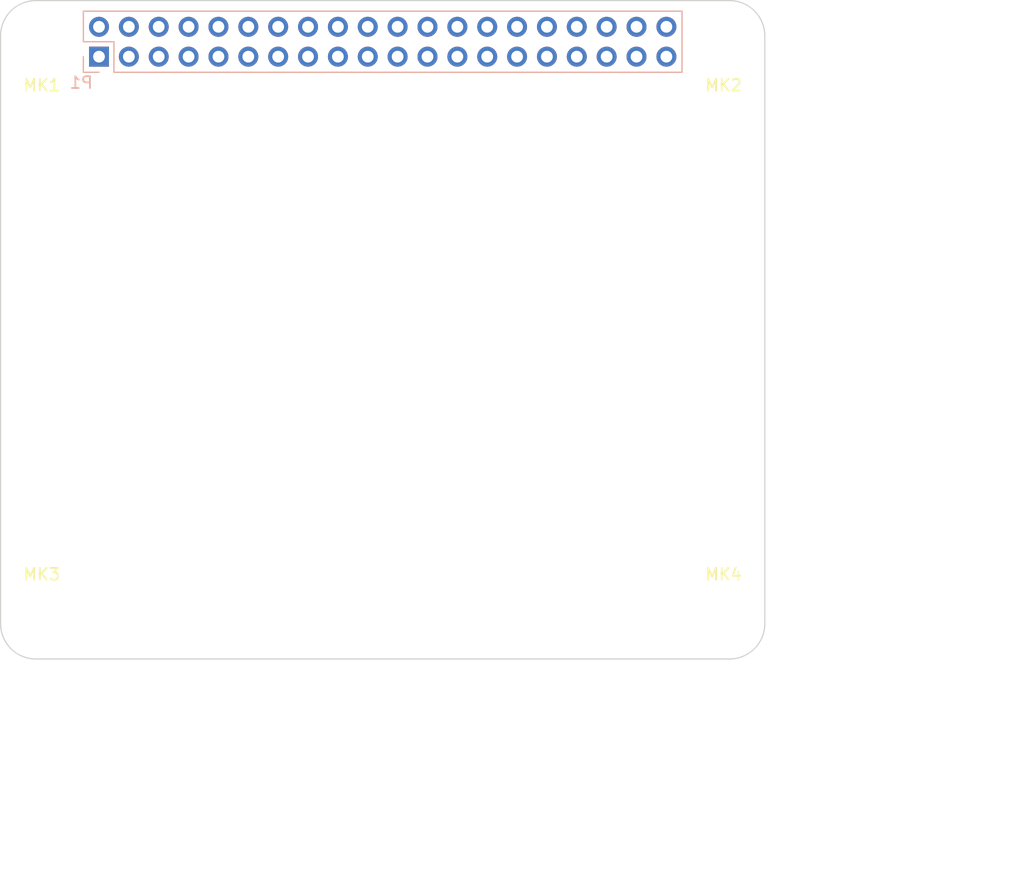
<source format=kicad_pcb>
(kicad_pcb (version 20171130) (host pcbnew "(5.1.5-0)")

  (general
    (thickness 1.6)
    (drawings 24)
    (tracks 0)
    (zones 0)
    (modules 5)
    (nets 32)
  )

  (page A3)
  (title_block
    (date "15 nov 2012")
  )

  (layers
    (0 F.Cu signal)
    (31 B.Cu signal)
    (32 B.Adhes user)
    (33 F.Adhes user)
    (34 B.Paste user)
    (35 F.Paste user)
    (36 B.SilkS user)
    (37 F.SilkS user)
    (38 B.Mask user)
    (39 F.Mask user)
    (40 Dwgs.User user)
    (41 Cmts.User user)
    (42 Eco1.User user)
    (43 Eco2.User user)
    (44 Edge.Cuts user)
  )

  (setup
    (last_trace_width 0.2)
    (trace_clearance 0.2)
    (zone_clearance 0.508)
    (zone_45_only no)
    (trace_min 0.1524)
    (via_size 0.9)
    (via_drill 0.6)
    (via_min_size 0.8)
    (via_min_drill 0.5)
    (uvia_size 0.5)
    (uvia_drill 0.1)
    (uvias_allowed no)
    (uvia_min_size 0.5)
    (uvia_min_drill 0.1)
    (edge_width 0.1)
    (segment_width 0.1)
    (pcb_text_width 0.3)
    (pcb_text_size 1 1)
    (mod_edge_width 0.15)
    (mod_text_size 1 1)
    (mod_text_width 0.15)
    (pad_size 2.5 2.5)
    (pad_drill 2.5)
    (pad_to_mask_clearance 0)
    (aux_axis_origin 200 150)
    (grid_origin 200 150)
    (visible_elements 7FFFFFFF)
    (pcbplotparams
      (layerselection 0x000f0_ffffffff)
      (usegerberextensions true)
      (usegerberattributes false)
      (usegerberadvancedattributes false)
      (creategerberjobfile false)
      (excludeedgelayer true)
      (linewidth 0.150000)
      (plotframeref false)
      (viasonmask false)
      (mode 1)
      (useauxorigin false)
      (hpglpennumber 1)
      (hpglpenspeed 20)
      (hpglpendiameter 15.000000)
      (psnegative false)
      (psa4output false)
      (plotreference true)
      (plotvalue true)
      (plotinvisibletext false)
      (padsonsilk false)
      (subtractmaskfromsilk false)
      (outputformat 1)
      (mirror false)
      (drillshape 0)
      (scaleselection 1)
      (outputdirectory "../manufacture/gerbers/"))
  )

  (net 0 "")
  (net 1 +3V3)
  (net 2 +5V)
  (net 3 GND)
  (net 4 /ID_SD)
  (net 5 /ID_SC)
  (net 6 /GPIO5)
  (net 7 /GPIO6)
  (net 8 /GPIO26)
  (net 9 "/GPIO2(SDA1)")
  (net 10 "/GPIO3(SCL1)")
  (net 11 "/GPIO4(GCLK)")
  (net 12 "/GPIO14(TXD0)")
  (net 13 "/GPIO15(RXD0)")
  (net 14 "/GPIO17(GEN0)")
  (net 15 "/GPIO27(GEN2)")
  (net 16 "/GPIO22(GEN3)")
  (net 17 "/GPIO23(GEN4)")
  (net 18 "/GPIO24(GEN5)")
  (net 19 "/GPIO25(GEN6)")
  (net 20 "/GPIO18(GEN1)(PWM0)")
  (net 21 "/GPIO10(SPI0_MOSI)")
  (net 22 "/GPIO9(SPI0_MISO)")
  (net 23 "/GPIO11(SPI0_SCK)")
  (net 24 "/GPIO8(SPI0_CE_N)")
  (net 25 "/GPIO7(SPI1_CE_N)")
  (net 26 "/GPIO12(PWM0)")
  (net 27 "/GPIO13(PWM1)")
  (net 28 "/GPIO19(SPI1_MISO)")
  (net 29 /GPIO16)
  (net 30 "/GPIO20(SPI1_MOSI)")
  (net 31 "/GPIO21(SPI1_SCK)")

  (net_class Default "This is the default net class."
    (clearance 0.2)
    (trace_width 0.2)
    (via_dia 0.9)
    (via_drill 0.6)
    (uvia_dia 0.5)
    (uvia_drill 0.1)
    (add_net +3V3)
    (add_net +5V)
    (add_net "/GPIO10(SPI0_MOSI)")
    (add_net "/GPIO11(SPI0_SCK)")
    (add_net "/GPIO12(PWM0)")
    (add_net "/GPIO13(PWM1)")
    (add_net "/GPIO14(TXD0)")
    (add_net "/GPIO15(RXD0)")
    (add_net /GPIO16)
    (add_net "/GPIO17(GEN0)")
    (add_net "/GPIO18(GEN1)(PWM0)")
    (add_net "/GPIO19(SPI1_MISO)")
    (add_net "/GPIO2(SDA1)")
    (add_net "/GPIO20(SPI1_MOSI)")
    (add_net "/GPIO21(SPI1_SCK)")
    (add_net "/GPIO22(GEN3)")
    (add_net "/GPIO23(GEN4)")
    (add_net "/GPIO24(GEN5)")
    (add_net "/GPIO25(GEN6)")
    (add_net /GPIO26)
    (add_net "/GPIO27(GEN2)")
    (add_net "/GPIO3(SCL1)")
    (add_net "/GPIO4(GCLK)")
    (add_net /GPIO5)
    (add_net /GPIO6)
    (add_net "/GPIO7(SPI1_CE_N)")
    (add_net "/GPIO8(SPI0_CE_N)")
    (add_net "/GPIO9(SPI0_MISO)")
    (add_net /ID_SC)
    (add_net /ID_SD)
    (add_net GND)
  )

  (net_class Power ""
    (clearance 0.2)
    (trace_width 0.5)
    (via_dia 1)
    (via_drill 0.7)
    (uvia_dia 0.5)
    (uvia_drill 0.1)
  )

  (module Connector_PinSocket_2.54mm:PinSocket_2x20_P2.54mm_Vertical (layer B.Cu) (tedit 5A19A433) (tstamp 5A793E9F)
    (at 208.37 98.77 270)
    (descr "Through hole straight socket strip, 2x20, 2.54mm pitch, double cols (from Kicad 4.0.7), script generated")
    (tags "Through hole socket strip THT 2x20 2.54mm double row")
    (path /59AD464A)
    (fp_text reference P1 (at 2.208 1.512) (layer B.SilkS)
      (effects (font (size 1 1) (thickness 0.15)) (justify mirror))
    )
    (fp_text value Conn_02x20_Odd_Even (at -1.27 -51.03 270) (layer B.Fab)
      (effects (font (size 1 1) (thickness 0.15)) (justify mirror))
    )
    (fp_line (start -3.81 1.27) (end 0.27 1.27) (layer B.Fab) (width 0.1))
    (fp_line (start 0.27 1.27) (end 1.27 0.27) (layer B.Fab) (width 0.1))
    (fp_line (start 1.27 0.27) (end 1.27 -49.53) (layer B.Fab) (width 0.1))
    (fp_line (start 1.27 -49.53) (end -3.81 -49.53) (layer B.Fab) (width 0.1))
    (fp_line (start -3.81 -49.53) (end -3.81 1.27) (layer B.Fab) (width 0.1))
    (fp_line (start -3.87 1.33) (end -1.27 1.33) (layer B.SilkS) (width 0.12))
    (fp_line (start -3.87 1.33) (end -3.87 -49.59) (layer B.SilkS) (width 0.12))
    (fp_line (start -3.87 -49.59) (end 1.33 -49.59) (layer B.SilkS) (width 0.12))
    (fp_line (start 1.33 -1.27) (end 1.33 -49.59) (layer B.SilkS) (width 0.12))
    (fp_line (start -1.27 -1.27) (end 1.33 -1.27) (layer B.SilkS) (width 0.12))
    (fp_line (start -1.27 1.33) (end -1.27 -1.27) (layer B.SilkS) (width 0.12))
    (fp_line (start 1.33 1.33) (end 1.33 0) (layer B.SilkS) (width 0.12))
    (fp_line (start 0 1.33) (end 1.33 1.33) (layer B.SilkS) (width 0.12))
    (fp_line (start -4.34 1.8) (end 1.76 1.8) (layer B.CrtYd) (width 0.05))
    (fp_line (start 1.76 1.8) (end 1.76 -50) (layer B.CrtYd) (width 0.05))
    (fp_line (start 1.76 -50) (end -4.34 -50) (layer B.CrtYd) (width 0.05))
    (fp_line (start -4.34 -50) (end -4.34 1.8) (layer B.CrtYd) (width 0.05))
    (fp_text user %R (at -1.27 -24.13 180) (layer B.Fab)
      (effects (font (size 1 1) (thickness 0.15)) (justify mirror))
    )
    (pad 1 thru_hole rect (at 0 0 270) (size 1.7 1.7) (drill 1) (layers *.Cu *.Mask)
      (net 1 +3V3))
    (pad 2 thru_hole oval (at -2.54 0 270) (size 1.7 1.7) (drill 1) (layers *.Cu *.Mask)
      (net 2 +5V))
    (pad 3 thru_hole oval (at 0 -2.54 270) (size 1.7 1.7) (drill 1) (layers *.Cu *.Mask)
      (net 9 "/GPIO2(SDA1)"))
    (pad 4 thru_hole oval (at -2.54 -2.54 270) (size 1.7 1.7) (drill 1) (layers *.Cu *.Mask)
      (net 2 +5V))
    (pad 5 thru_hole oval (at 0 -5.08 270) (size 1.7 1.7) (drill 1) (layers *.Cu *.Mask)
      (net 10 "/GPIO3(SCL1)"))
    (pad 6 thru_hole oval (at -2.54 -5.08 270) (size 1.7 1.7) (drill 1) (layers *.Cu *.Mask)
      (net 3 GND))
    (pad 7 thru_hole oval (at 0 -7.62 270) (size 1.7 1.7) (drill 1) (layers *.Cu *.Mask)
      (net 11 "/GPIO4(GCLK)"))
    (pad 8 thru_hole oval (at -2.54 -7.62 270) (size 1.7 1.7) (drill 1) (layers *.Cu *.Mask)
      (net 12 "/GPIO14(TXD0)"))
    (pad 9 thru_hole oval (at 0 -10.16 270) (size 1.7 1.7) (drill 1) (layers *.Cu *.Mask)
      (net 3 GND))
    (pad 10 thru_hole oval (at -2.54 -10.16 270) (size 1.7 1.7) (drill 1) (layers *.Cu *.Mask)
      (net 13 "/GPIO15(RXD0)"))
    (pad 11 thru_hole oval (at 0 -12.7 270) (size 1.7 1.7) (drill 1) (layers *.Cu *.Mask)
      (net 14 "/GPIO17(GEN0)"))
    (pad 12 thru_hole oval (at -2.54 -12.7 270) (size 1.7 1.7) (drill 1) (layers *.Cu *.Mask)
      (net 20 "/GPIO18(GEN1)(PWM0)"))
    (pad 13 thru_hole oval (at 0 -15.24 270) (size 1.7 1.7) (drill 1) (layers *.Cu *.Mask)
      (net 15 "/GPIO27(GEN2)"))
    (pad 14 thru_hole oval (at -2.54 -15.24 270) (size 1.7 1.7) (drill 1) (layers *.Cu *.Mask)
      (net 3 GND))
    (pad 15 thru_hole oval (at 0 -17.78 270) (size 1.7 1.7) (drill 1) (layers *.Cu *.Mask)
      (net 16 "/GPIO22(GEN3)"))
    (pad 16 thru_hole oval (at -2.54 -17.78 270) (size 1.7 1.7) (drill 1) (layers *.Cu *.Mask)
      (net 17 "/GPIO23(GEN4)"))
    (pad 17 thru_hole oval (at 0 -20.32 270) (size 1.7 1.7) (drill 1) (layers *.Cu *.Mask)
      (net 1 +3V3))
    (pad 18 thru_hole oval (at -2.54 -20.32 270) (size 1.7 1.7) (drill 1) (layers *.Cu *.Mask)
      (net 18 "/GPIO24(GEN5)"))
    (pad 19 thru_hole oval (at 0 -22.86 270) (size 1.7 1.7) (drill 1) (layers *.Cu *.Mask)
      (net 21 "/GPIO10(SPI0_MOSI)"))
    (pad 20 thru_hole oval (at -2.54 -22.86 270) (size 1.7 1.7) (drill 1) (layers *.Cu *.Mask)
      (net 3 GND))
    (pad 21 thru_hole oval (at 0 -25.4 270) (size 1.7 1.7) (drill 1) (layers *.Cu *.Mask)
      (net 22 "/GPIO9(SPI0_MISO)"))
    (pad 22 thru_hole oval (at -2.54 -25.4 270) (size 1.7 1.7) (drill 1) (layers *.Cu *.Mask)
      (net 19 "/GPIO25(GEN6)"))
    (pad 23 thru_hole oval (at 0 -27.94 270) (size 1.7 1.7) (drill 1) (layers *.Cu *.Mask)
      (net 23 "/GPIO11(SPI0_SCK)"))
    (pad 24 thru_hole oval (at -2.54 -27.94 270) (size 1.7 1.7) (drill 1) (layers *.Cu *.Mask)
      (net 24 "/GPIO8(SPI0_CE_N)"))
    (pad 25 thru_hole oval (at 0 -30.48 270) (size 1.7 1.7) (drill 1) (layers *.Cu *.Mask)
      (net 3 GND))
    (pad 26 thru_hole oval (at -2.54 -30.48 270) (size 1.7 1.7) (drill 1) (layers *.Cu *.Mask)
      (net 25 "/GPIO7(SPI1_CE_N)"))
    (pad 27 thru_hole oval (at 0 -33.02 270) (size 1.7 1.7) (drill 1) (layers *.Cu *.Mask)
      (net 4 /ID_SD))
    (pad 28 thru_hole oval (at -2.54 -33.02 270) (size 1.7 1.7) (drill 1) (layers *.Cu *.Mask)
      (net 5 /ID_SC))
    (pad 29 thru_hole oval (at 0 -35.56 270) (size 1.7 1.7) (drill 1) (layers *.Cu *.Mask)
      (net 6 /GPIO5))
    (pad 30 thru_hole oval (at -2.54 -35.56 270) (size 1.7 1.7) (drill 1) (layers *.Cu *.Mask)
      (net 3 GND))
    (pad 31 thru_hole oval (at 0 -38.1 270) (size 1.7 1.7) (drill 1) (layers *.Cu *.Mask)
      (net 7 /GPIO6))
    (pad 32 thru_hole oval (at -2.54 -38.1 270) (size 1.7 1.7) (drill 1) (layers *.Cu *.Mask)
      (net 26 "/GPIO12(PWM0)"))
    (pad 33 thru_hole oval (at 0 -40.64 270) (size 1.7 1.7) (drill 1) (layers *.Cu *.Mask)
      (net 27 "/GPIO13(PWM1)"))
    (pad 34 thru_hole oval (at -2.54 -40.64 270) (size 1.7 1.7) (drill 1) (layers *.Cu *.Mask)
      (net 3 GND))
    (pad 35 thru_hole oval (at 0 -43.18 270) (size 1.7 1.7) (drill 1) (layers *.Cu *.Mask)
      (net 28 "/GPIO19(SPI1_MISO)"))
    (pad 36 thru_hole oval (at -2.54 -43.18 270) (size 1.7 1.7) (drill 1) (layers *.Cu *.Mask)
      (net 29 /GPIO16))
    (pad 37 thru_hole oval (at 0 -45.72 270) (size 1.7 1.7) (drill 1) (layers *.Cu *.Mask)
      (net 8 /GPIO26))
    (pad 38 thru_hole oval (at -2.54 -45.72 270) (size 1.7 1.7) (drill 1) (layers *.Cu *.Mask)
      (net 30 "/GPIO20(SPI1_MOSI)"))
    (pad 39 thru_hole oval (at 0 -48.26 270) (size 1.7 1.7) (drill 1) (layers *.Cu *.Mask)
      (net 3 GND))
    (pad 40 thru_hole oval (at -2.54 -48.26 270) (size 1.7 1.7) (drill 1) (layers *.Cu *.Mask)
      (net 31 "/GPIO21(SPI1_SCK)"))
    (model ${KISYS3DMOD}/Connector_PinSocket_2.54mm.3dshapes/PinSocket_2x20_P2.54mm_Vertical.wrl
      (at (xyz 0 0 0))
      (scale (xyz 1 1 1))
      (rotate (xyz 0 0 0))
    )
  )

  (module MountingHole:MountingHole_2.7mm_M2.5 (layer F.Cu) (tedit 56D1B4CB) (tstamp 5A793E98)
    (at 261.5 146.5)
    (descr "Mounting Hole 2.7mm, no annular, M2.5")
    (tags "mounting hole 2.7mm no annular m2.5")
    (path /5834FC4F)
    (attr virtual)
    (fp_text reference MK4 (at 0 -3.7) (layer F.SilkS)
      (effects (font (size 1 1) (thickness 0.15)))
    )
    (fp_text value M2.5 (at 0 3.7) (layer F.Fab)
      (effects (font (size 1 1) (thickness 0.15)))
    )
    (fp_circle (center 0 0) (end 2.95 0) (layer F.CrtYd) (width 0.05))
    (fp_circle (center 0 0) (end 2.7 0) (layer Cmts.User) (width 0.15))
    (fp_text user %R (at 0.3 0) (layer F.Fab)
      (effects (font (size 1 1) (thickness 0.15)))
    )
    (pad 1 np_thru_hole circle (at 0 0) (size 2.7 2.7) (drill 2.7) (layers *.Cu *.Mask))
  )

  (module MountingHole:MountingHole_2.7mm_M2.5 (layer F.Cu) (tedit 56D1B4CB) (tstamp 5A793E91)
    (at 203.5 146.5)
    (descr "Mounting Hole 2.7mm, no annular, M2.5")
    (tags "mounting hole 2.7mm no annular m2.5")
    (path /5834FBEF)
    (attr virtual)
    (fp_text reference MK3 (at 0 -3.7) (layer F.SilkS)
      (effects (font (size 1 1) (thickness 0.15)))
    )
    (fp_text value M2.5 (at 0 3.7) (layer F.Fab)
      (effects (font (size 1 1) (thickness 0.15)))
    )
    (fp_text user %R (at 0.3 0) (layer F.Fab)
      (effects (font (size 1 1) (thickness 0.15)))
    )
    (fp_circle (center 0 0) (end 2.7 0) (layer Cmts.User) (width 0.15))
    (fp_circle (center 0 0) (end 2.95 0) (layer F.CrtYd) (width 0.05))
    (pad 1 np_thru_hole circle (at 0 0) (size 2.7 2.7) (drill 2.7) (layers *.Cu *.Mask))
  )

  (module MountingHole:MountingHole_2.7mm_M2.5 (layer F.Cu) (tedit 56D1B4CB) (tstamp 5A793E8A)
    (at 261.5 97.5 180)
    (descr "Mounting Hole 2.7mm, no annular, M2.5")
    (tags "mounting hole 2.7mm no annular m2.5")
    (path /5834FC19)
    (attr virtual)
    (fp_text reference MK2 (at 0 -3.7 180) (layer F.SilkS)
      (effects (font (size 1 1) (thickness 0.15)))
    )
    (fp_text value M2.5 (at 0 3.7 180) (layer F.Fab)
      (effects (font (size 1 1) (thickness 0.15)))
    )
    (fp_circle (center 0 0) (end 2.95 0) (layer F.CrtYd) (width 0.05))
    (fp_circle (center 0 0) (end 2.7 0) (layer Cmts.User) (width 0.15))
    (fp_text user %R (at 0.3 0 180) (layer F.Fab)
      (effects (font (size 1 1) (thickness 0.15)))
    )
    (pad 1 np_thru_hole circle (at 0 0 180) (size 2.7 2.7) (drill 2.7) (layers *.Cu *.Mask))
  )

  (module MountingHole:MountingHole_2.7mm_M2.5 (layer F.Cu) (tedit 56D1B4CB) (tstamp 5A793E83)
    (at 203.5 97.5 180)
    (descr "Mounting Hole 2.7mm, no annular, M2.5")
    (tags "mounting hole 2.7mm no annular m2.5")
    (path /5834FB2E)
    (attr virtual)
    (fp_text reference MK1 (at 0 -3.7 180) (layer F.SilkS)
      (effects (font (size 1 1) (thickness 0.15)))
    )
    (fp_text value M2.5 (at 0 3.7 180) (layer F.Fab)
      (effects (font (size 1 1) (thickness 0.15)))
    )
    (fp_text user %R (at 0.3 0 180) (layer F.Fab)
      (effects (font (size 1 1) (thickness 0.15)))
    )
    (fp_circle (center 0 0) (end 2.7 0) (layer Cmts.User) (width 0.15))
    (fp_circle (center 0 0) (end 2.95 0) (layer F.CrtYd) (width 0.05))
    (pad 1 np_thru_hole circle (at 0 0 180) (size 2.7 2.7) (drill 2.7) (layers *.Cu *.Mask))
  )

  (gr_text RJ45 (at 276.2 139.84) (layer Dwgs.User) (tstamp 580CBBEB)
    (effects (font (size 2 2) (thickness 0.15)))
  )
  (gr_text USB (at 277.724 121.552) (layer Dwgs.User) (tstamp 580CBBE9)
    (effects (font (size 2 2) (thickness 0.15)))
  )
  (gr_text USB (at 278.232 102.248) (layer Dwgs.User)
    (effects (font (size 2 2) (thickness 0.15)))
  )
  (gr_arc (start 262 97) (end 262 94) (angle 90) (layer Edge.Cuts) (width 0.1))
  (gr_arc (start 262 147) (end 265 147) (angle 90) (layer Edge.Cuts) (width 0.1))
  (gr_arc (start 203 147) (end 203 150) (angle 90) (layer Edge.Cuts) (width 0.1))
  (gr_arc (start 203 97) (end 200 97) (angle 90) (layer Edge.Cuts) (width 0.1))
  (gr_line (start 269.9 114.45) (end 287 114.45) (layer Dwgs.User) (width 0.1))
  (gr_line (start 262 94) (end 203 94) (layer Edge.Cuts) (width 0.1))
  (gr_line (start 269.9 127.55) (end 269.9 114.45) (layer Dwgs.User) (width 0.1))
  (gr_line (start 287 127.55) (end 269.9 127.55) (layer Dwgs.User) (width 0.1))
  (gr_line (start 287 114.45) (end 287 127.55) (layer Dwgs.User) (width 0.1))
  (gr_line (start 266 147.675) (end 266 131.825) (layer Dwgs.User) (width 0.1))
  (gr_line (start 287 147.675) (end 266 147.675) (layer Dwgs.User) (width 0.1))
  (gr_line (start 287 131.825) (end 287 147.675) (layer Dwgs.User) (width 0.1))
  (gr_line (start 266 131.825) (end 287 131.825) (layer Dwgs.User) (width 0.1))
  (gr_line (start 265 147) (end 265 97) (layer Edge.Cuts) (width 0.1))
  (gr_line (start 203 150) (end 262 150) (layer Edge.Cuts) (width 0.1))
  (gr_line (start 200 97) (end 200 147) (layer Edge.Cuts) (width 0.1))
  (gr_line (start 269.9 109.455925) (end 269.9 96.355925) (layer Dwgs.User) (width 0.1))
  (gr_line (start 287 109.455925) (end 269.9 109.455925) (layer Dwgs.User) (width 0.1))
  (gr_line (start 287 96.355925) (end 287 109.455925) (layer Dwgs.User) (width 0.1))
  (gr_line (start 269.9 96.355925) (end 287 96.355925) (layer Dwgs.User) (width 0.1))
  (gr_text "RASPBERRY-PI 40-PIN ADDON BOARD\nVIEW FROM TOP\nNOTE: P1 SHOULD BE FITTED ON THE REVERSE OF THE BOARD\n\nADD EDGE CUTS FROM CAMERA AND DISPLAY PORTS AS REQUIRED" (at 200 160.16) (layer Dwgs.User)
    (effects (font (size 2 1.7) (thickness 0.12)) (justify left))
  )

)

</source>
